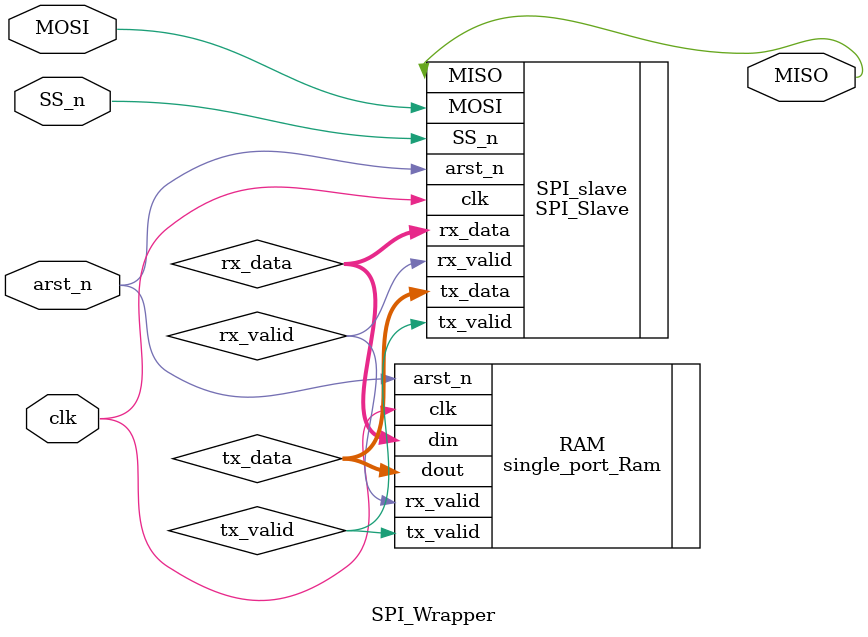
<source format=v>
module SPI_Wrapper #(
    /*------------Parameters------------*/
        parameter MEM_DEPTH = 256,         /*  Memory depth */
        parameter ADD_SIZE = 8             /* Address size based upon the memory depth */
    )(
    /*--------------Inputs--------------*/
        input  MOSI,        /* the serial date sent from the master */
        input  SS_n,        /* start and end communication from master side */
        input  clk,         /*  clock signal input */
        input  arst_n,      /*  active low asynchronous reset */
    /*--------------outputs-------------*/
        output MISO         /* the serial data sent to the master */
    );  
    /*--------internal signals which connect Ram with SPI Slave----------*/ 
    wire [7:0]tx_data;    /* connect output of ram "dout" with input of Slave "tx_data" */
    wire tx_valid;        /* connect output of ram "tx_valid" with input of Slave "tx_valid" */
    wire [9:0]rx_data;    /* connect input of ram "din" with output of Slave "rx_data" */
    wire rx_valid;        /* connect input of ram "rx_valid" with output of Slave "rx_valid" */       

    /*-------SPI_Slave Instantiation------*/
    SPI_Slave SPI_slave (
                .MOSI(MOSI),         /* the serial date sent from the master */
                .SS_n(SS_n),         /* start and end communication from master side */
                .tx_data(tx_data),   /* the data to write in the memory */
                .tx_valid(tx_valid), /* the signal dedicate that tx_data is ready to covert from parallel to serial by slave*/
                .clk(clk),           /*  clock signal input */
                .arst_n(arst_n),     /*  active low synchronous reset */
                .MISO(MISO),         /* the serial data sent to the master */
                .rx_data(rx_data),   /* the data which is read from the memory */
                .rx_valid(rx_valid)  /* the signal dedicates that rx_data coverted to parallel by slave and ready for memory */ 
                );  

    /*---------Ram Instantiation--------*/
    single_port_Ram #(
                .MEM_DEPTH(MEM_DEPTH),
                .ADD_SIZE(ADD_SIZE))
                RAM (
                .din(rx_data),          /*  Ram Data input */
                .clk(clk),              /*  clock signal input */
                .arst_n(arst_n),        /*  active low asynchronous reset */
                .rx_valid(rx_valid),    /*  informs ram that data input is valid */
                .dout(tx_data),         /*  Ram Data output */
                .tx_valid(tx_valid)     /*  dedicated that data output is valid */
                );

endmodule //SPI_Wrapper

</source>
